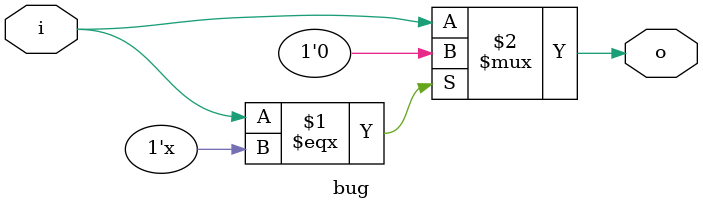
<source format=v>
`default_nettype none
/* verilator lint_off DECLFILENAME */

module unlinkbug(input i, output o);
  bug b(i, o);
endmodule

module bug(input i, output o);
  assign o = (i===1'bz) ? 1'b0 : i;
endmodule

</source>
